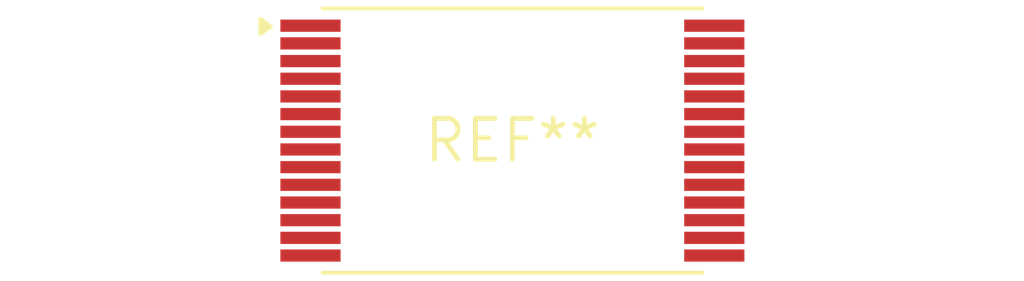
<source format=kicad_pcb>
(kicad_pcb (version 20240108) (generator pcbnew)
  (layers (0 "F.Cu" signal) (31 "B.Cu" signal) (34 "B.Paste" user) (35 "F.Paste" user) (36 "B.SilkS" user "B.Silkscreen") (37 "F.SilkS" user "F.Silkscreen") (38 "B.Mask" user) (39 "F.Mask" user) (44 "Edge.Cuts" user))
  (net 0 "")
  (footprint "TSOP-I-28_11.8x8mm_P0.55mm" (layer "F.Cu") (at 0 0)
    (property "Reference" "REF**")
    (property "Value" "TSOP-I-28_11.8x8mm_P0.55mm")
    (fp_line (start -5.9 -4.11) (end 5.9 -4.11) (layer "F.SilkS") (stroke (width 0.12)))
    (fp_line (start -5.9 4.11) (end 5.9 4.11) (layer "F.SilkS") (stroke (width 0.12)))
    (fp_poly (pts (xy -7.5 -3.55) (xy -7.83 -3.79) (xy -7.83 -3.31) (xy -7.5 -3.55)) (layer "F.SilkS") (stroke (width 0.12)) (fill solid))
    (pad "1" smd rect (at -6.27 -3.575) (size 1.87 0.38) (layers "F.Cu" "F.Paste" "F.Mask"))
    (pad "2" smd rect (at -6.27 -3.025) (size 1.87 0.38) (layers "F.Cu" "F.Paste" "F.Mask"))
    (pad "3" smd rect (at -6.27 -2.475) (size 1.87 0.38) (layers "F.Cu" "F.Paste" "F.Mask"))
    (pad "4" smd rect (at -6.27 -1.925) (size 1.87 0.38) (layers "F.Cu" "F.Paste" "F.Mask"))
    (pad "5" smd rect (at -6.27 -1.375) (size 1.87 0.38) (layers "F.Cu" "F.Paste" "F.Mask"))
    (pad "6" smd rect (at -6.27 -0.825) (size 1.87 0.38) (layers "F.Cu" "F.Paste" "F.Mask"))
    (pad "7" smd rect (at -6.27 -0.275) (size 1.87 0.38) (layers "F.Cu" "F.Paste" "F.Mask"))
    (pad "8" smd rect (at -6.27 0.275) (size 1.87 0.38) (layers "F.Cu" "F.Paste" "F.Mask"))
    (pad "9" smd rect (at -6.27 0.825) (size 1.87 0.38) (layers "F.Cu" "F.Paste" "F.Mask"))
    (pad "10" smd rect (at -6.27 1.375) (size 1.87 0.38) (layers "F.Cu" "F.Paste" "F.Mask"))
    (pad "11" smd rect (at -6.27 1.925) (size 1.87 0.38) (layers "F.Cu" "F.Paste" "F.Mask"))
    (pad "12" smd rect (at -6.27 2.475) (size 1.87 0.38) (layers "F.Cu" "F.Paste" "F.Mask"))
    (pad "13" smd rect (at -6.27 3.025) (size 1.87 0.38) (layers "F.Cu" "F.Paste" "F.Mask"))
    (pad "14" smd rect (at -6.27 3.575) (size 1.87 0.38) (layers "F.Cu" "F.Paste" "F.Mask"))
    (pad "15" smd rect (at 6.27 3.575) (size 1.87 0.38) (layers "F.Cu" "F.Paste" "F.Mask"))
    (pad "16" smd rect (at 6.27 3.025) (size 1.87 0.38) (layers "F.Cu" "F.Paste" "F.Mask"))
    (pad "17" smd rect (at 6.27 2.475) (size 1.87 0.38) (layers "F.Cu" "F.Paste" "F.Mask"))
    (pad "18" smd rect (at 6.27 1.925) (size 1.87 0.38) (layers "F.Cu" "F.Paste" "F.Mask"))
    (pad "19" smd rect (at 6.27 1.375) (size 1.87 0.38) (layers "F.Cu" "F.Paste" "F.Mask"))
    (pad "20" smd rect (at 6.27 0.825) (size 1.87 0.38) (layers "F.Cu" "F.Paste" "F.Mask"))
    (pad "21" smd rect (at 6.27 0.275) (size 1.87 0.38) (layers "F.Cu" "F.Paste" "F.Mask"))
    (pad "22" smd rect (at 6.27 -0.275) (size 1.87 0.38) (layers "F.Cu" "F.Paste" "F.Mask"))
    (pad "23" smd rect (at 6.27 -0.825) (size 1.87 0.38) (layers "F.Cu" "F.Paste" "F.Mask"))
    (pad "24" smd rect (at 6.27 -1.375) (size 1.87 0.38) (layers "F.Cu" "F.Paste" "F.Mask"))
    (pad "25" smd rect (at 6.27 -1.925) (size 1.87 0.38) (layers "F.Cu" "F.Paste" "F.Mask"))
    (pad "26" smd rect (at 6.27 -2.475) (size 1.87 0.38) (layers "F.Cu" "F.Paste" "F.Mask"))
    (pad "27" smd rect (at 6.27 -3.025) (size 1.87 0.38) (layers "F.Cu" "F.Paste" "F.Mask"))
    (pad "28" smd rect (at 6.27 -3.575) (size 1.87 0.38) (layers "F.Cu" "F.Paste" "F.Mask"))
  )
)
</source>
